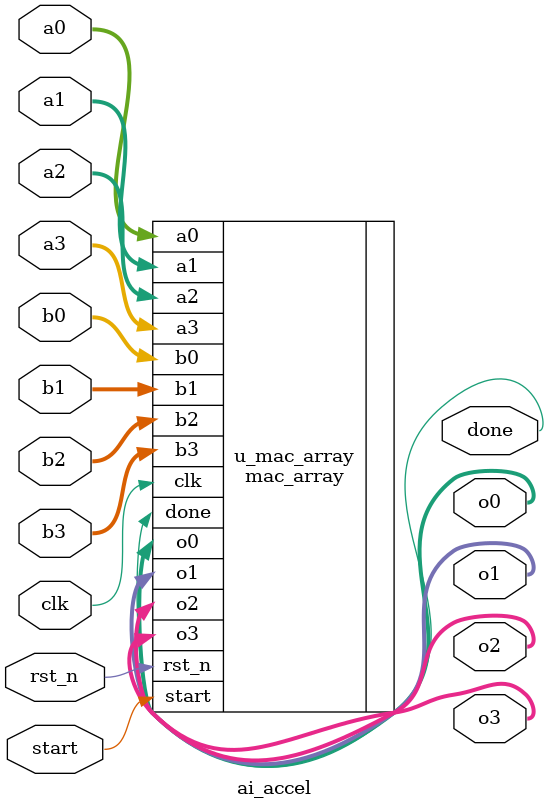
<source format=v>
module ai_accel (
    input  wire        clk,
    input  wire        rst_n,
    input  wire        start,

    input  wire signed [7:0]  a0, a1, a2, a3,
    input  wire signed [7:0]  b0, b1, b2, b3,

    output wire        done,
    output wire signed [31:0] o0, o1, o2, o3
);

    mac_array u_mac_array (
        .clk   (clk),
        .rst_n (rst_n),
        .start (start),
        .a0(a0), .a1(a1), .a2(a2), .a3(a3),
        .b0(b0), .b1(b1), .b2(b2), .b3(b3),
        .done  (done),
        .o0(o0), .o1(o1), .o2(o2), .o3(o3)
    );

endmodule

</source>
